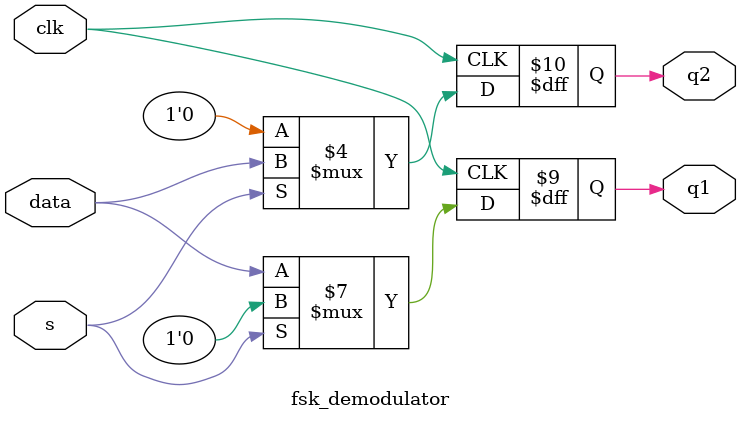
<source format=v>
`timescale 1ps / 1ps

module fsk_demodulator (
    input  wire clk,
    input  wire data,
    input  wire s,
    output reg  q1,
    output reg  q2 
);

    always @(posedge clk) 
        begin 
            if(~s) 
                begin 
                    q1 <= data; 
                    q2 <= 0; 
                end 
            else 
                begin 
                    q1 <= 0; 
                    q2 <= data; 
                end 
        end 

endmodule 

</source>
